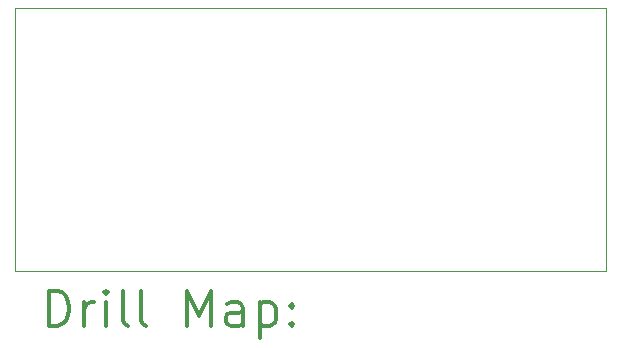
<source format=gbr>
%FSLAX45Y45*%
G04 Gerber Fmt 4.5, Leading zero omitted, Abs format (unit mm)*
G04 Created by KiCad (PCBNEW (5.1.8)-1) date 2021-08-08 18:21:08*
%MOMM*%
%LPD*%
G01*
G04 APERTURE LIST*
%TA.AperFunction,Profile*%
%ADD10C,0.100000*%
%TD*%
%ADD11C,0.200000*%
%ADD12C,0.300000*%
G04 APERTURE END LIST*
D10*
X14750000Y-6220000D02*
X14750000Y-6200000D01*
X9750000Y-6220000D02*
X9750000Y-6200000D01*
X14750000Y-4000000D02*
X9750000Y-4000000D01*
X14750000Y-6200000D02*
X14750000Y-4000000D01*
X9750000Y-6220000D02*
X14750000Y-6220000D01*
X9750000Y-4000000D02*
X9750000Y-6200000D01*
D11*
D12*
X10031428Y-6690714D02*
X10031428Y-6390714D01*
X10102857Y-6390714D01*
X10145714Y-6405000D01*
X10174286Y-6433571D01*
X10188571Y-6462143D01*
X10202857Y-6519286D01*
X10202857Y-6562143D01*
X10188571Y-6619286D01*
X10174286Y-6647857D01*
X10145714Y-6676429D01*
X10102857Y-6690714D01*
X10031428Y-6690714D01*
X10331428Y-6690714D02*
X10331428Y-6490714D01*
X10331428Y-6547857D02*
X10345714Y-6519286D01*
X10360000Y-6505000D01*
X10388571Y-6490714D01*
X10417143Y-6490714D01*
X10517143Y-6690714D02*
X10517143Y-6490714D01*
X10517143Y-6390714D02*
X10502857Y-6405000D01*
X10517143Y-6419286D01*
X10531428Y-6405000D01*
X10517143Y-6390714D01*
X10517143Y-6419286D01*
X10702857Y-6690714D02*
X10674286Y-6676429D01*
X10660000Y-6647857D01*
X10660000Y-6390714D01*
X10860000Y-6690714D02*
X10831428Y-6676429D01*
X10817143Y-6647857D01*
X10817143Y-6390714D01*
X11202857Y-6690714D02*
X11202857Y-6390714D01*
X11302857Y-6605000D01*
X11402857Y-6390714D01*
X11402857Y-6690714D01*
X11674286Y-6690714D02*
X11674286Y-6533571D01*
X11660000Y-6505000D01*
X11631428Y-6490714D01*
X11574286Y-6490714D01*
X11545714Y-6505000D01*
X11674286Y-6676429D02*
X11645714Y-6690714D01*
X11574286Y-6690714D01*
X11545714Y-6676429D01*
X11531428Y-6647857D01*
X11531428Y-6619286D01*
X11545714Y-6590714D01*
X11574286Y-6576429D01*
X11645714Y-6576429D01*
X11674286Y-6562143D01*
X11817143Y-6490714D02*
X11817143Y-6790714D01*
X11817143Y-6505000D02*
X11845714Y-6490714D01*
X11902857Y-6490714D01*
X11931428Y-6505000D01*
X11945714Y-6519286D01*
X11960000Y-6547857D01*
X11960000Y-6633571D01*
X11945714Y-6662143D01*
X11931428Y-6676429D01*
X11902857Y-6690714D01*
X11845714Y-6690714D01*
X11817143Y-6676429D01*
X12088571Y-6662143D02*
X12102857Y-6676429D01*
X12088571Y-6690714D01*
X12074286Y-6676429D01*
X12088571Y-6662143D01*
X12088571Y-6690714D01*
X12088571Y-6505000D02*
X12102857Y-6519286D01*
X12088571Y-6533571D01*
X12074286Y-6519286D01*
X12088571Y-6505000D01*
X12088571Y-6533571D01*
M02*

</source>
